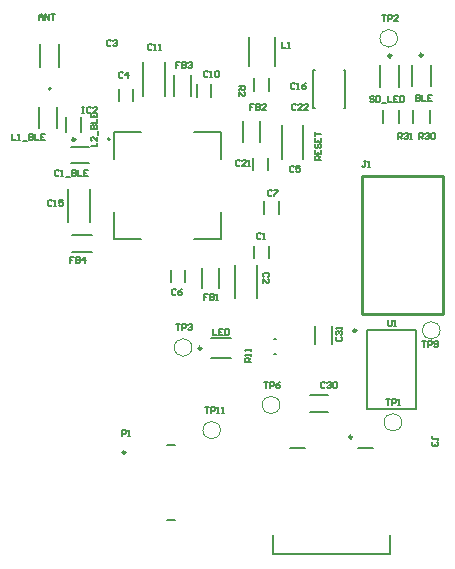
<source format=gto>
G04*
G04 #@! TF.GenerationSoftware,Altium Limited,Altium Designer,21.6.4 (81)*
G04*
G04 Layer_Color=65535*
%FSLAX24Y24*%
%MOIN*%
G70*
G04*
G04 #@! TF.SameCoordinates,8E317252-C3AD-47CA-8584-9DD6DEF08156*
G04*
G04*
G04 #@! TF.FilePolarity,Positive*
G04*
G01*
G75*
%ADD10C,0.0079*%
%ADD11C,0.0039*%
%ADD12C,0.0098*%
%ADD13C,0.0050*%
%ADD14C,0.0100*%
D10*
X13459Y51758D02*
G03*
X13459Y51758I-39J0D01*
G01*
X15423Y50072D02*
G03*
X15423Y50072I-39J0D01*
G01*
X17325Y39890D02*
X17593D01*
X17325Y37390D02*
X17593D01*
X20872Y36242D02*
X24770D01*
X21443Y39785D02*
X21935D01*
X20872Y36242D02*
Y36882D01*
X24770Y36242D02*
Y36882D01*
X23707Y39785D02*
X24199D01*
X18800Y43445D02*
X19469D01*
X18800Y42775D02*
X19469D01*
X14469Y50312D02*
Y50809D01*
X13971Y50312D02*
Y50809D01*
X20933Y52522D02*
Y53490D01*
X20067Y52522D02*
Y53490D01*
X13065Y50450D02*
Y51139D01*
X13655Y50450D02*
Y51139D01*
X21163Y49426D02*
Y50534D01*
X21877Y49426D02*
Y50534D01*
X20686Y49053D02*
Y49467D01*
X20194Y49053D02*
Y49467D01*
X22827Y43245D02*
Y43859D01*
X22253Y43245D02*
Y43859D01*
X14141Y49830D02*
X14721D01*
X14141Y49290D02*
X14721D01*
X20891Y43406D02*
X20949D01*
X20891Y42914D02*
X20949D01*
X25076Y50633D02*
Y51047D01*
X24524Y50633D02*
Y51047D01*
X14156Y46885D02*
X14844D01*
X14156Y46315D02*
X14844D01*
X23272Y51130D02*
Y52390D01*
X22208Y51130D02*
X22258D01*
X23222D02*
X23272D01*
X22208D02*
Y52390D01*
X22258D01*
X23222D02*
X23272D01*
X25075Y51826D02*
Y52534D01*
X24445Y51826D02*
Y52534D01*
X24013Y41081D02*
Y43719D01*
X25627Y41081D02*
Y43719D01*
X24013D02*
X25627D01*
X24013Y41081D02*
X25627D01*
X20234Y46113D02*
Y46527D01*
X20726Y46113D02*
Y46527D01*
X20317Y44786D02*
Y45894D01*
X19603Y44786D02*
Y45894D01*
X16206Y51351D02*
Y51764D01*
X15714Y51351D02*
Y51764D01*
X17454Y45313D02*
Y45727D01*
X17946Y45313D02*
Y45727D01*
X21066Y47596D02*
Y48009D01*
X20574Y47596D02*
Y48009D01*
X18314Y51493D02*
Y51907D01*
X18806Y51493D02*
Y51907D01*
X16543Y51526D02*
Y52634D01*
X17257Y51526D02*
Y52634D01*
X14043Y47322D02*
Y48429D01*
X14757Y47322D02*
Y48429D01*
X20726Y51693D02*
Y52107D01*
X20234Y51693D02*
Y52107D01*
X18495Y45110D02*
Y45799D01*
X19065Y45110D02*
Y45799D01*
X19875Y49996D02*
Y50684D01*
X20445Y49996D02*
Y50684D01*
X17575Y51516D02*
Y52204D01*
X18145Y51516D02*
Y52204D01*
X26115Y51846D02*
Y52554D01*
X25485Y51846D02*
Y52554D01*
X26096Y50633D02*
Y51047D01*
X25544Y50633D02*
Y51047D01*
X22085Y41547D02*
X22699D01*
X22085Y40973D02*
X22699D01*
D11*
X25152Y40640D02*
G03*
X25152Y40640I-292J0D01*
G01*
X25012Y53440D02*
G03*
X25012Y53440I-292J0D01*
G01*
X18161Y43134D02*
G03*
X18161Y43134I-292J0D01*
G01*
X21092Y41220D02*
G03*
X21092Y41220I-292J0D01*
G01*
X19112Y40380D02*
G03*
X19112Y40380I-292J0D01*
G01*
X26432Y43705D02*
G03*
X26432Y43705I-292J0D01*
G01*
D12*
X15941Y39640D02*
G03*
X15941Y39640I-49J0D01*
G01*
X23500Y40150D02*
G03*
X23500Y40150I-49J0D01*
G01*
X18475Y43110D02*
G03*
X18475Y43110I-49J0D01*
G01*
X14269Y50068D02*
G03*
X14269Y50068I-49J0D01*
G01*
X24809Y52859D02*
G03*
X24809Y52859I-49J0D01*
G01*
X23639Y43699D02*
G03*
X23639Y43699I-49J0D01*
G01*
X25849Y52879D02*
G03*
X25849Y52879I-49J0D01*
G01*
D13*
X13105Y52474D02*
Y53246D01*
X13735Y52474D02*
Y53246D01*
X18238Y46765D02*
X19123D01*
Y47651D01*
X15580Y46765D02*
X16466D01*
X15580D02*
Y47651D01*
Y50308D02*
X16466D01*
X15580Y49422D02*
Y50308D01*
X18238D02*
X19123D01*
Y49422D02*
Y50308D01*
X13050Y54050D02*
Y54183D01*
X13117Y54250D01*
X13183Y54183D01*
Y54050D01*
Y54150D01*
X13050D01*
X13250Y54050D02*
Y54250D01*
X13383Y54050D01*
Y54250D01*
X13450D02*
X13583D01*
X13517D01*
Y54050D01*
X24618Y41415D02*
X24752D01*
X24685D01*
Y41215D01*
X24818D02*
Y41415D01*
X24918D01*
X24952Y41382D01*
Y41315D01*
X24918Y41282D01*
X24818D01*
X25018Y41215D02*
X25085D01*
X25052D01*
Y41415D01*
X25018Y41382D01*
X15840Y40190D02*
Y40390D01*
X15940D01*
X15973Y40357D01*
Y40290D01*
X15940Y40257D01*
X15840D01*
X16040Y40190D02*
X16107D01*
X16073D01*
Y40390D01*
X16040Y40357D01*
X26380Y40053D02*
Y40120D01*
Y40087D01*
X26213D01*
X26180Y40120D01*
Y40153D01*
X26213Y40187D01*
X26347Y39987D02*
X26380Y39953D01*
Y39887D01*
X26347Y39853D01*
X26313D01*
X26280Y39887D01*
Y39920D01*
Y39887D01*
X26247Y39853D01*
X26213D01*
X26180Y39887D01*
Y39953D01*
X26213Y39987D01*
X18873Y43740D02*
Y43540D01*
X19007D01*
X19207Y43740D02*
X19073D01*
Y43540D01*
X19207D01*
X19073Y43640D02*
X19140D01*
X19273Y43740D02*
Y43540D01*
X19373D01*
X19407Y43573D01*
Y43707D01*
X19373Y43740D01*
X19273D01*
X12150Y50257D02*
Y50057D01*
X12283D01*
X12350D02*
X12417D01*
X12383D01*
Y50257D01*
X12350Y50223D01*
X12517Y50023D02*
X12650D01*
X12717Y50257D02*
Y50057D01*
X12817D01*
X12850Y50090D01*
Y50123D01*
X12817Y50157D01*
X12717D01*
X12817D01*
X12850Y50190D01*
Y50223D01*
X12817Y50257D01*
X12717D01*
X12917D02*
Y50057D01*
X13050D01*
X13250Y50257D02*
X13117D01*
Y50057D01*
X13250D01*
X13117Y50157D02*
X13183D01*
X21167Y53320D02*
Y53120D01*
X21300D01*
X21367D02*
X21433D01*
X21400D01*
Y53320D01*
X21367Y53287D01*
X14783Y49834D02*
X14983D01*
Y49967D01*
Y50167D02*
Y50033D01*
X14850Y50167D01*
X14817D01*
X14783Y50133D01*
Y50067D01*
X14817Y50033D01*
X15017Y50233D02*
Y50367D01*
X14783Y50433D02*
X14983D01*
Y50533D01*
X14950Y50567D01*
X14917D01*
X14883Y50533D01*
Y50433D01*
Y50533D01*
X14850Y50567D01*
X14817D01*
X14783Y50533D01*
Y50433D01*
Y50633D02*
X14983D01*
Y50767D01*
X14783Y50966D02*
Y50833D01*
X14983D01*
Y50966D01*
X14883Y50833D02*
Y50900D01*
X21647Y51222D02*
X21613Y51256D01*
X21547D01*
X21513Y51222D01*
Y51089D01*
X21547Y51056D01*
X21613D01*
X21647Y51089D01*
X21847Y51056D02*
X21713D01*
X21847Y51189D01*
Y51222D01*
X21813Y51256D01*
X21747D01*
X21713Y51222D01*
X22047Y51056D02*
X21913D01*
X22047Y51189D01*
Y51222D01*
X22013Y51256D01*
X21947D01*
X21913Y51222D01*
X19780Y49347D02*
X19747Y49380D01*
X19680D01*
X19647Y49347D01*
Y49213D01*
X19680Y49180D01*
X19747D01*
X19780Y49213D01*
X19980Y49180D02*
X19847D01*
X19980Y49313D01*
Y49347D01*
X19947Y49380D01*
X19880D01*
X19847Y49347D01*
X20047Y49180D02*
X20113D01*
X20080D01*
Y49380D01*
X20047Y49347D01*
X22993Y43480D02*
X22960Y43447D01*
Y43380D01*
X22993Y43347D01*
X23127D01*
X23160Y43380D01*
Y43447D01*
X23127Y43480D01*
X22993Y43547D02*
X22960Y43580D01*
Y43647D01*
X22993Y43680D01*
X23027D01*
X23060Y43647D01*
Y43613D01*
Y43647D01*
X23093Y43680D01*
X23127D01*
X23160Y43647D01*
Y43580D01*
X23127Y43547D01*
X23160Y43747D02*
Y43813D01*
Y43780D01*
X22960D01*
X22993Y43747D01*
X13743Y49023D02*
X13710Y49057D01*
X13643D01*
X13610Y49023D01*
Y48890D01*
X13643Y48857D01*
X13710D01*
X13743Y48890D01*
X13810Y48857D02*
X13877D01*
X13843D01*
Y49057D01*
X13810Y49023D01*
X13977Y48823D02*
X14110D01*
X14177Y49057D02*
Y48857D01*
X14277D01*
X14310Y48890D01*
Y48923D01*
X14277Y48957D01*
X14177D01*
X14277D01*
X14310Y48990D01*
Y49023D01*
X14277Y49057D01*
X14177D01*
X14377D02*
Y48857D01*
X14510D01*
X14710Y49057D02*
X14577D01*
Y48857D01*
X14710D01*
X14577Y48957D02*
X14643D01*
X20140Y42663D02*
X19940D01*
Y42763D01*
X19973Y42797D01*
X20040D01*
X20073Y42763D01*
Y42663D01*
Y42730D02*
X20140Y42797D01*
Y42863D02*
Y42930D01*
Y42897D01*
X19940D01*
X19973Y42863D01*
X20140Y43030D02*
Y43097D01*
Y43063D01*
X19940D01*
X19973Y43030D01*
X25027Y50085D02*
Y50285D01*
X25127D01*
X25160Y50251D01*
Y50185D01*
X25127Y50151D01*
X25027D01*
X25093D02*
X25160Y50085D01*
X25227Y50251D02*
X25260Y50285D01*
X25327D01*
X25360Y50251D01*
Y50218D01*
X25327Y50185D01*
X25293D01*
X25327D01*
X25360Y50151D01*
Y50118D01*
X25327Y50085D01*
X25260D01*
X25227Y50118D01*
X25427Y50085D02*
X25493D01*
X25460D01*
Y50285D01*
X25427Y50251D01*
X14247Y46140D02*
X14113D01*
Y46040D01*
X14180D01*
X14113D01*
Y45940D01*
X14313Y46140D02*
Y45940D01*
X14413D01*
X14447Y45973D01*
Y46007D01*
X14413Y46040D01*
X14313D01*
X14413D01*
X14447Y46073D01*
Y46107D01*
X14413Y46140D01*
X14313D01*
X14613Y45940D02*
Y46140D01*
X14513Y46040D01*
X14647D01*
X22460Y49373D02*
X22260D01*
Y49473D01*
X22293Y49507D01*
X22360D01*
X22393Y49473D01*
Y49373D01*
Y49440D02*
X22460Y49507D01*
X22260Y49707D02*
Y49573D01*
X22460D01*
Y49707D01*
X22360Y49573D02*
Y49640D01*
X22293Y49907D02*
X22260Y49873D01*
Y49807D01*
X22293Y49773D01*
X22327D01*
X22360Y49807D01*
Y49873D01*
X22393Y49907D01*
X22427D01*
X22460Y49873D01*
Y49807D01*
X22427Y49773D01*
X22260Y50107D02*
Y49973D01*
X22460D01*
Y50107D01*
X22360Y49973D02*
Y50040D01*
X22260Y50173D02*
Y50307D01*
Y50240D01*
X22460D01*
X24227Y51483D02*
X24193Y51517D01*
X24127D01*
X24094Y51483D01*
Y51450D01*
X24127Y51417D01*
X24193D01*
X24227Y51383D01*
Y51350D01*
X24193Y51317D01*
X24127D01*
X24094Y51350D01*
X24293Y51517D02*
Y51317D01*
X24393D01*
X24427Y51350D01*
Y51483D01*
X24393Y51517D01*
X24293D01*
X24493Y51283D02*
X24627D01*
X24693Y51517D02*
Y51317D01*
X24827D01*
X25027Y51517D02*
X24893D01*
Y51317D01*
X25027D01*
X24893Y51417D02*
X24960D01*
X25093Y51517D02*
Y51317D01*
X25193D01*
X25226Y51350D01*
Y51483D01*
X25193Y51517D01*
X25093D01*
X21567Y49147D02*
X21533Y49180D01*
X21467D01*
X21433Y49147D01*
Y49013D01*
X21467Y48980D01*
X21533D01*
X21567Y49013D01*
X21767Y49180D02*
X21633D01*
Y49080D01*
X21700Y49113D01*
X21733D01*
X21767Y49080D01*
Y49013D01*
X21733Y48980D01*
X21667D01*
X21633Y49013D01*
X14510Y51160D02*
X14577D01*
X14543D01*
Y50960D01*
X14510D01*
X14577D01*
X14810Y51127D02*
X14777Y51160D01*
X14710D01*
X14677Y51127D01*
Y50993D01*
X14710Y50960D01*
X14777D01*
X14810Y50993D01*
X15010Y50960D02*
X14877D01*
X15010Y51093D01*
Y51127D01*
X14977Y51160D01*
X14910D01*
X14877Y51127D01*
X24687Y44040D02*
Y43873D01*
X24720Y43840D01*
X24787D01*
X24820Y43873D01*
Y44040D01*
X24887Y43840D02*
X24953D01*
X24920D01*
Y44040D01*
X24887Y44007D01*
X20460Y46929D02*
X20427Y46962D01*
X20360D01*
X20327Y46929D01*
Y46796D01*
X20360Y46763D01*
X20427D01*
X20460Y46796D01*
X20527Y46763D02*
X20593D01*
X20560D01*
Y46962D01*
X20527Y46929D01*
X20687Y45469D02*
X20720Y45502D01*
Y45569D01*
X20687Y45602D01*
X20553D01*
X20520Y45569D01*
Y45502D01*
X20553Y45469D01*
X20520Y45269D02*
Y45402D01*
X20653Y45269D01*
X20687D01*
X20720Y45302D01*
Y45369D01*
X20687Y45402D01*
X15467Y53361D02*
X15433Y53394D01*
X15367D01*
X15333Y53361D01*
Y53227D01*
X15367Y53194D01*
X15433D01*
X15467Y53227D01*
X15533Y53361D02*
X15567Y53394D01*
X15633D01*
X15667Y53361D01*
Y53327D01*
X15633Y53294D01*
X15600D01*
X15633D01*
X15667Y53261D01*
Y53227D01*
X15633Y53194D01*
X15567D01*
X15533Y53227D01*
X15853Y52287D02*
X15820Y52320D01*
X15753D01*
X15720Y52287D01*
Y52153D01*
X15753Y52120D01*
X15820D01*
X15853Y52153D01*
X16020Y52120D02*
Y52320D01*
X15920Y52220D01*
X16053D01*
X17647Y45067D02*
X17613Y45100D01*
X17547D01*
X17513Y45067D01*
Y44933D01*
X17547Y44900D01*
X17613D01*
X17647Y44933D01*
X17847Y45100D02*
X17780Y45067D01*
X17713Y45000D01*
Y44933D01*
X17747Y44900D01*
X17813D01*
X17847Y44933D01*
Y44967D01*
X17813Y45000D01*
X17713D01*
X20827Y48347D02*
X20793Y48380D01*
X20727D01*
X20693Y48347D01*
Y48213D01*
X20727Y48180D01*
X20793D01*
X20827Y48213D01*
X20893Y48380D02*
X21027D01*
Y48347D01*
X20893Y48213D01*
Y48180D01*
X18683Y52309D02*
X18650Y52342D01*
X18583D01*
X18550Y52309D01*
Y52176D01*
X18583Y52143D01*
X18650D01*
X18683Y52176D01*
X18750Y52143D02*
X18817D01*
X18783D01*
Y52342D01*
X18750Y52309D01*
X18917D02*
X18950Y52342D01*
X19017D01*
X19050Y52309D01*
Y52176D01*
X19017Y52143D01*
X18950D01*
X18917Y52176D01*
Y52309D01*
X16837Y53222D02*
X16803Y53256D01*
X16737D01*
X16703Y53222D01*
Y53089D01*
X16737Y53056D01*
X16803D01*
X16837Y53089D01*
X16903Y53056D02*
X16970D01*
X16937D01*
Y53256D01*
X16903Y53222D01*
X17070Y53056D02*
X17137D01*
X17103D01*
Y53256D01*
X17070Y53222D01*
X13483Y48027D02*
X13450Y48060D01*
X13383D01*
X13350Y48027D01*
Y47893D01*
X13383Y47860D01*
X13450D01*
X13483Y47893D01*
X13550Y47860D02*
X13617D01*
X13583D01*
Y48060D01*
X13550Y48027D01*
X13850Y48060D02*
X13717D01*
Y47960D01*
X13783Y47993D01*
X13817D01*
X13850Y47960D01*
Y47893D01*
X13817Y47860D01*
X13750D01*
X13717Y47893D01*
X21583Y51927D02*
X21550Y51960D01*
X21483D01*
X21450Y51927D01*
Y51793D01*
X21483Y51760D01*
X21550D01*
X21583Y51793D01*
X21650Y51760D02*
X21717D01*
X21683D01*
Y51960D01*
X21650Y51927D01*
X21950Y51960D02*
X21883Y51927D01*
X21817Y51860D01*
Y51793D01*
X21850Y51760D01*
X21917D01*
X21950Y51793D01*
Y51827D01*
X21917Y51860D01*
X21817D01*
X18700Y44920D02*
X18567D01*
Y44820D01*
X18633D01*
X18567D01*
Y44720D01*
X18767Y44920D02*
Y44720D01*
X18867D01*
X18900Y44753D01*
Y44787D01*
X18867Y44820D01*
X18767D01*
X18867D01*
X18900Y44853D01*
Y44887D01*
X18867Y44920D01*
X18767D01*
X18967Y44720D02*
X19033D01*
X19000D01*
Y44920D01*
X18967Y44887D01*
X20247Y51260D02*
X20113D01*
Y51160D01*
X20180D01*
X20113D01*
Y51060D01*
X20313Y51260D02*
Y51060D01*
X20413D01*
X20447Y51093D01*
Y51127D01*
X20413Y51160D01*
X20313D01*
X20413D01*
X20447Y51193D01*
Y51227D01*
X20413Y51260D01*
X20313D01*
X20647Y51060D02*
X20513D01*
X20647Y51193D01*
Y51227D01*
X20613Y51260D01*
X20547D01*
X20513Y51227D01*
X17767Y52646D02*
X17633D01*
Y52546D01*
X17700D01*
X17633D01*
Y52446D01*
X17833Y52646D02*
Y52446D01*
X17933D01*
X17967Y52479D01*
Y52512D01*
X17933Y52546D01*
X17833D01*
X17933D01*
X17967Y52579D01*
Y52612D01*
X17933Y52646D01*
X17833D01*
X18033Y52612D02*
X18067Y52646D01*
X18133D01*
X18167Y52612D01*
Y52579D01*
X18133Y52546D01*
X18100D01*
X18133D01*
X18167Y52512D01*
Y52479D01*
X18133Y52446D01*
X18067D01*
X18033Y52479D01*
X23973Y49340D02*
X23907D01*
X23940D01*
Y49173D01*
X23907Y49140D01*
X23873D01*
X23840Y49173D01*
X24040Y49140D02*
X24107D01*
X24073D01*
Y49340D01*
X24040Y49307D01*
X19720Y51867D02*
X19920D01*
Y51767D01*
X19887Y51733D01*
X19820D01*
X19787Y51767D01*
Y51867D01*
Y51800D02*
X19720Y51733D01*
Y51533D02*
Y51667D01*
X19853Y51533D01*
X19887D01*
X19920Y51567D01*
Y51633D01*
X19887Y51667D01*
X25633Y51560D02*
Y51360D01*
X25733D01*
X25767Y51393D01*
Y51427D01*
X25733Y51460D01*
X25633D01*
X25733D01*
X25767Y51493D01*
Y51527D01*
X25733Y51560D01*
X25633D01*
X25833D02*
Y51360D01*
X25967D01*
X26167Y51560D02*
X26033D01*
Y51360D01*
X26167D01*
X26033Y51460D02*
X26100D01*
X25733Y50080D02*
Y50280D01*
X25833D01*
X25867Y50247D01*
Y50180D01*
X25833Y50147D01*
X25733D01*
X25800D02*
X25867Y50080D01*
X25933Y50247D02*
X25967Y50280D01*
X26033D01*
X26067Y50247D01*
Y50213D01*
X26033Y50180D01*
X26000D01*
X26033D01*
X26067Y50147D01*
Y50113D01*
X26033Y50080D01*
X25967D01*
X25933Y50113D01*
X26133Y50247D02*
X26167Y50280D01*
X26233D01*
X26267Y50247D01*
Y50113D01*
X26233Y50080D01*
X26167D01*
X26133Y50113D01*
Y50247D01*
X24482Y54215D02*
X24615D01*
X24548D01*
Y54015D01*
X24682D02*
Y54215D01*
X24782D01*
X24815Y54182D01*
Y54115D01*
X24782Y54082D01*
X24682D01*
X25015Y54015D02*
X24882D01*
X25015Y54148D01*
Y54182D01*
X24982Y54215D01*
X24915D01*
X24882Y54182D01*
X17631Y43908D02*
X17764D01*
X17697D01*
Y43709D01*
X17831D02*
Y43908D01*
X17931D01*
X17964Y43875D01*
Y43809D01*
X17931Y43775D01*
X17831D01*
X18031Y43875D02*
X18064Y43908D01*
X18131D01*
X18164Y43875D01*
Y43842D01*
X18131Y43809D01*
X18097D01*
X18131D01*
X18164Y43775D01*
Y43742D01*
X18131Y43709D01*
X18064D01*
X18031Y43742D01*
X20562Y41995D02*
X20695D01*
X20628D01*
Y41795D01*
X20762D02*
Y41995D01*
X20862D01*
X20895Y41962D01*
Y41895D01*
X20862Y41862D01*
X20762D01*
X21095Y41995D02*
X21028Y41962D01*
X20962Y41895D01*
Y41828D01*
X20995Y41795D01*
X21061D01*
X21095Y41828D01*
Y41862D01*
X21061Y41895D01*
X20962D01*
X18587Y41155D02*
X18720D01*
X18653D01*
Y40955D01*
X18787D02*
Y41155D01*
X18887D01*
X18920Y41122D01*
Y41055D01*
X18887Y41022D01*
X18787D01*
X18987Y40955D02*
X19053D01*
X19020D01*
Y41155D01*
X18987Y41122D01*
X19153Y40955D02*
X19220D01*
X19186D01*
Y41155D01*
X19153Y41122D01*
X25833Y43340D02*
X25967D01*
X25900D01*
Y43140D01*
X26033D02*
Y43340D01*
X26133D01*
X26167Y43307D01*
Y43240D01*
X26133Y43207D01*
X26033D01*
X26233Y43173D02*
X26267Y43140D01*
X26333D01*
X26367Y43173D01*
Y43307D01*
X26333Y43340D01*
X26267D01*
X26233Y43307D01*
Y43273D01*
X26267Y43240D01*
X26367D01*
X22607Y41947D02*
X22573Y41980D01*
X22507D01*
X22473Y41947D01*
Y41813D01*
X22507Y41780D01*
X22573D01*
X22607Y41813D01*
X22673Y41947D02*
X22707Y41980D01*
X22773D01*
X22807Y41947D01*
Y41913D01*
X22773Y41880D01*
X22740D01*
X22773D01*
X22807Y41847D01*
Y41813D01*
X22773Y41780D01*
X22707D01*
X22673Y41813D01*
X22873Y41947D02*
X22907Y41980D01*
X22973D01*
X23007Y41947D01*
Y41813D01*
X22973Y41780D01*
X22907D01*
X22873Y41813D01*
Y41947D01*
D14*
X23835Y48840D02*
X26515D01*
X23835Y44250D02*
Y48840D01*
Y44250D02*
X26515D01*
Y48840D01*
M02*

</source>
